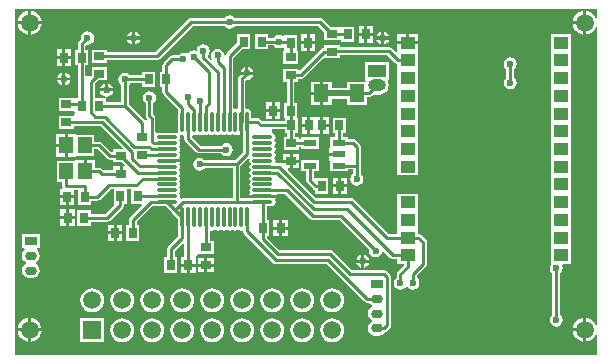
<source format=gbl>
G04 Layer_Physical_Order=2*
G04 Layer_Color=16711680*
%FSLAX42Y42*%
%MOMM*%
G71*
G01*
G75*
%ADD12R,0.90X0.70*%
%ADD13R,0.80X0.90*%
%ADD19R,0.70X0.90*%
%ADD29R,1.30X1.50*%
%ADD30C,0.25*%
%ADD32C,0.50*%
%ADD33O,1.00X0.75*%
%ADD34R,1.00X0.75*%
%ADD35C,1.52*%
%ADD36C,1.50*%
%ADD37R,1.50X1.50*%
%ADD38O,1.50X1.00*%
%ADD39R,1.50X1.00*%
%ADD40C,0.60*%
%ADD41R,1.15X1.40*%
%ADD42R,1.10X0.60*%
%ADD43O,1.80X0.30*%
%ADD44O,0.30X1.80*%
%ADD45R,1.30X1.00*%
G36*
X12467Y8691D02*
X12454Y8689D01*
X12449Y8701D01*
X12432Y8722D01*
X12411Y8739D01*
X12387Y8749D01*
X12373Y8751D01*
Y8650D01*
Y8549D01*
X12387Y8551D01*
X12411Y8561D01*
X12432Y8578D01*
X12449Y8599D01*
X12454Y8611D01*
X12467Y8609D01*
Y6091D01*
X12454Y6089D01*
X12449Y6101D01*
X12432Y6122D01*
X12411Y6139D01*
X12387Y6149D01*
X12373Y6151D01*
Y6050D01*
Y5949D01*
X12387Y5951D01*
X12411Y5961D01*
X12432Y5978D01*
X12449Y5999D01*
X12454Y6011D01*
X12467Y6009D01*
Y5833D01*
X7533D01*
Y8767D01*
X12467D01*
Y8691D01*
D02*
G37*
%LPC*%
G36*
X12347Y8751D02*
X12333Y8749D01*
X12309Y8739D01*
X12288Y8722D01*
X12271Y8701D01*
X12261Y8677D01*
X12259Y8663D01*
X12347D01*
Y8751D01*
D02*
G37*
G36*
X7673D02*
Y8663D01*
X7761D01*
X7759Y8677D01*
X7749Y8701D01*
X7732Y8722D01*
X7711Y8739D01*
X7687Y8749D01*
X7673Y8751D01*
D02*
G37*
G36*
X7647D02*
X7633Y8749D01*
X7609Y8739D01*
X7588Y8722D01*
X7571Y8701D01*
X7561Y8677D01*
X7559Y8663D01*
X7647D01*
Y8751D01*
D02*
G37*
G36*
X10565Y8620D02*
X10518D01*
Y8563D01*
X10565D01*
Y8620D01*
D02*
G37*
G36*
X10492D02*
X10445D01*
Y8563D01*
X10492D01*
Y8620D01*
D02*
G37*
G36*
X12347Y8637D02*
X12259D01*
X12261Y8623D01*
X12271Y8599D01*
X12288Y8578D01*
X12309Y8561D01*
X12333Y8551D01*
X12347Y8549D01*
Y8637D01*
D02*
G37*
G36*
X7761D02*
X7673D01*
Y8549D01*
X7687Y8551D01*
X7711Y8561D01*
X7732Y8578D01*
X7749Y8599D01*
X7759Y8623D01*
X7761Y8637D01*
D02*
G37*
G36*
X7647D02*
X7559D01*
X7561Y8623D01*
X7571Y8599D01*
X7588Y8578D01*
X7609Y8561D01*
X7633Y8551D01*
X7647Y8549D01*
Y8637D01*
D02*
G37*
G36*
X10663Y8574D02*
Y8533D01*
X10704D01*
X10702Y8542D01*
X10690Y8560D01*
X10672Y8572D01*
X10663Y8574D01*
D02*
G37*
G36*
X10637D02*
X10628Y8572D01*
X10610Y8560D01*
X10598Y8542D01*
X10596Y8533D01*
X10637D01*
Y8574D01*
D02*
G37*
G36*
X8553D02*
Y8533D01*
X8594D01*
X8592Y8542D01*
X8580Y8560D01*
X8562Y8572D01*
X8553Y8574D01*
D02*
G37*
G36*
X8527D02*
X8518Y8572D01*
X8500Y8560D01*
X8488Y8542D01*
X8486Y8533D01*
X8527D01*
Y8574D01*
D02*
G37*
G36*
X10950Y8555D02*
X10873D01*
Y8493D01*
X10950D01*
Y8555D01*
D02*
G37*
G36*
X10847D02*
X10770D01*
Y8493D01*
X10847D01*
Y8555D01*
D02*
G37*
G36*
X10080Y8550D02*
X10033D01*
Y8493D01*
X10080D01*
Y8550D01*
D02*
G37*
G36*
X10007D02*
X9960D01*
Y8493D01*
X10007D01*
Y8550D01*
D02*
G37*
G36*
X9355Y8711D02*
X9333Y8707D01*
X9315Y8695D01*
X9311Y8688D01*
X9028D01*
X9015Y8686D01*
X9004Y8679D01*
X8724Y8398D01*
X8315D01*
Y8420D01*
X8185D01*
Y8310D01*
X8315D01*
Y8332D01*
X8738D01*
X8751Y8334D01*
X8761Y8341D01*
X9042Y8622D01*
X9311D01*
X9315Y8615D01*
X9333Y8603D01*
X9355Y8599D01*
X9377Y8603D01*
X9395Y8615D01*
X9399Y8622D01*
X10106D01*
X10155Y8573D01*
Y8500D01*
X10285D01*
Y8522D01*
X10300D01*
Y8485D01*
X10410D01*
Y8615D01*
X10300D01*
Y8588D01*
X10285D01*
Y8610D01*
X10212D01*
X10144Y8679D01*
X10133Y8686D01*
X10120Y8688D01*
X9399D01*
X9395Y8695D01*
X9377Y8707D01*
X9355Y8711D01*
D02*
G37*
G36*
X10565Y8537D02*
X10518D01*
Y8480D01*
X10565D01*
Y8537D01*
D02*
G37*
G36*
X10492D02*
X10445D01*
Y8480D01*
X10492D01*
Y8537D01*
D02*
G37*
G36*
X10704Y8507D02*
X10663D01*
Y8466D01*
X10672Y8468D01*
X10690Y8480D01*
X10702Y8498D01*
X10704Y8507D01*
D02*
G37*
G36*
X10637D02*
X10596D01*
X10598Y8498D01*
X10610Y8480D01*
X10628Y8468D01*
X10637Y8466D01*
Y8507D01*
D02*
G37*
G36*
X8594D02*
X8553D01*
Y8466D01*
X8562Y8468D01*
X8580Y8480D01*
X8592Y8498D01*
X8594Y8507D01*
D02*
G37*
G36*
X8527D02*
X8486D01*
X8488Y8498D01*
X8500Y8480D01*
X8518Y8468D01*
X8527Y8466D01*
Y8507D01*
D02*
G37*
G36*
X10080Y8467D02*
X10033D01*
Y8410D01*
X10080D01*
Y8467D01*
D02*
G37*
G36*
X10007D02*
X9960D01*
Y8410D01*
X10007D01*
Y8467D01*
D02*
G37*
G36*
X8010Y8423D02*
X7963D01*
Y8365D01*
X8010D01*
Y8423D01*
D02*
G37*
G36*
X7937D02*
X7890D01*
Y8365D01*
X7937D01*
Y8423D01*
D02*
G37*
G36*
X9680Y8555D02*
X9570D01*
Y8425D01*
X9680D01*
Y8457D01*
X9726D01*
X9730Y8450D01*
X9748Y8438D01*
X9770Y8434D01*
X9792Y8438D01*
X9802Y8445D01*
X9815Y8438D01*
Y8415D01*
X9805Y8410D01*
Y8300D01*
X9935D01*
Y8410D01*
X9925Y8415D01*
Y8545D01*
X9815D01*
Y8542D01*
X9802Y8535D01*
X9792Y8542D01*
X9770Y8546D01*
X9748Y8542D01*
X9730Y8530D01*
X9726Y8523D01*
X9680D01*
Y8555D01*
D02*
G37*
G36*
X8010Y8340D02*
X7963D01*
Y8282D01*
X8010D01*
Y8340D01*
D02*
G37*
G36*
X7937D02*
X7890D01*
Y8282D01*
X7937D01*
Y8340D01*
D02*
G37*
G36*
X9513Y8274D02*
Y8233D01*
X9554D01*
X9552Y8242D01*
X9540Y8260D01*
X9522Y8272D01*
X9513Y8274D01*
D02*
G37*
G36*
X9487D02*
X9478Y8272D01*
X9460Y8260D01*
X9448Y8242D01*
X9446Y8233D01*
X9487D01*
Y8274D01*
D02*
G37*
G36*
X7963Y8226D02*
Y8185D01*
X8004D01*
X8002Y8194D01*
X7990Y8212D01*
X7972Y8225D01*
X7963Y8226D01*
D02*
G37*
G36*
X7937D02*
X7928Y8225D01*
X7910Y8212D01*
X7898Y8194D01*
X7896Y8185D01*
X7937D01*
Y8226D01*
D02*
G37*
G36*
X8004Y8160D02*
X7963D01*
Y8119D01*
X7972Y8120D01*
X7990Y8133D01*
X8002Y8151D01*
X8004Y8160D01*
D02*
G37*
G36*
X7937D02*
X7896D01*
X7898Y8151D01*
X7910Y8133D01*
X7928Y8120D01*
X7937Y8119D01*
Y8160D01*
D02*
G37*
G36*
X10700Y8318D02*
X10500D01*
Y8167D01*
X10503D01*
X10508Y8156D01*
X10501Y8145D01*
X10345D01*
Y8096D01*
X10220D01*
Y8150D01*
X10143D01*
Y8075D01*
X10138Y8068D01*
X10134Y8050D01*
X10138Y8032D01*
X10143Y8025D01*
Y7950D01*
X10220D01*
Y8004D01*
X10345D01*
Y7955D01*
X10515D01*
Y8017D01*
X10532D01*
X10545Y8019D01*
X10556Y8026D01*
X10572Y8042D01*
X10575Y8041D01*
X10625D01*
X10645Y8044D01*
X10663Y8052D01*
X10679Y8064D01*
X10691Y8079D01*
X10698Y8098D01*
X10701Y8118D01*
X10698Y8137D01*
X10691Y8154D01*
X10695Y8164D01*
X10696Y8167D01*
X10700D01*
Y8318D01*
D02*
G37*
G36*
X8325Y8134D02*
Y8093D01*
X8366D01*
X8365Y8102D01*
X8352Y8120D01*
X8334Y8132D01*
X8325Y8134D01*
D02*
G37*
G36*
X8300D02*
X8291Y8132D01*
X8273Y8120D01*
X8260Y8102D01*
X8259Y8093D01*
X8300D01*
Y8134D01*
D02*
G37*
G36*
X11730Y8356D02*
X11708Y8352D01*
X11690Y8340D01*
X11678Y8322D01*
X11674Y8300D01*
X11678Y8278D01*
X11690Y8260D01*
X11697Y8256D01*
Y8184D01*
X11690Y8180D01*
X11678Y8162D01*
X11674Y8140D01*
X11678Y8118D01*
X11690Y8100D01*
X11708Y8088D01*
X11730Y8084D01*
X11752Y8088D01*
X11770Y8100D01*
X11782Y8118D01*
X11786Y8140D01*
X11782Y8162D01*
X11770Y8180D01*
X11763Y8184D01*
Y8256D01*
X11770Y8260D01*
X11782Y8278D01*
X11786Y8300D01*
X11782Y8322D01*
X11770Y8340D01*
X11752Y8352D01*
X11730Y8356D01*
D02*
G37*
G36*
X10117Y8150D02*
X10040D01*
Y8063D01*
X10117D01*
Y8150D01*
D02*
G37*
G36*
Y8037D02*
X10040D01*
Y7950D01*
X10117D01*
Y8037D01*
D02*
G37*
G36*
X9783Y7975D02*
X9735D01*
Y7918D01*
X9783D01*
Y7975D01*
D02*
G37*
G36*
X9710D02*
X9662D01*
Y7918D01*
X9710D01*
Y7975D01*
D02*
G37*
G36*
X9783Y7892D02*
X9735D01*
Y7835D01*
X9783D01*
Y7892D01*
D02*
G37*
G36*
X9710D02*
X9662D01*
Y7835D01*
X9710D01*
Y7892D01*
D02*
G37*
G36*
X10012Y7850D02*
X9965D01*
Y7793D01*
X10012D01*
Y7850D01*
D02*
G37*
G36*
X10193Y7850D02*
X10145D01*
Y7793D01*
X10193D01*
Y7850D01*
D02*
G37*
G36*
X10012Y7767D02*
X9965D01*
Y7710D01*
X10012D01*
Y7767D01*
D02*
G37*
G36*
X10193Y7767D02*
X10145D01*
Y7710D01*
X10193D01*
Y7767D01*
D02*
G37*
G36*
X10085Y7850D02*
X10038D01*
Y7780D01*
Y7710D01*
X10072D01*
Y7710D01*
X10120D01*
Y7780D01*
Y7850D01*
X10085D01*
Y7850D01*
D02*
G37*
G36*
X7957Y7705D02*
X7887D01*
Y7623D01*
X7957D01*
Y7705D01*
D02*
G37*
G36*
Y7597D02*
X7887D01*
Y7515D01*
X7957D01*
Y7597D01*
D02*
G37*
G36*
X9945Y7538D02*
X9888D01*
Y7490D01*
X9945D01*
Y7538D01*
D02*
G37*
G36*
X9862D02*
X9805D01*
Y7490D01*
X9862D01*
Y7538D01*
D02*
G37*
G36*
X9945Y7465D02*
X9888D01*
Y7417D01*
X9945D01*
Y7465D01*
D02*
G37*
G36*
X8150Y8576D02*
X8128Y8572D01*
X8110Y8560D01*
X8098Y8542D01*
X8094Y8520D01*
X8095Y8512D01*
X8076Y8494D01*
X8069Y8483D01*
X8067Y8470D01*
Y8418D01*
X8045D01*
Y8288D01*
X8067D01*
Y8012D01*
X8045D01*
Y8012D01*
X8035D01*
Y8012D01*
X7905D01*
Y7903D01*
X8035D01*
X8045Y7896D01*
Y7882D01*
X8035Y7862D01*
X7905D01*
Y7753D01*
X8035D01*
Y7774D01*
X8262D01*
X8447Y7589D01*
X8443Y7578D01*
X8370D01*
Y7556D01*
X8351D01*
X8274Y7634D01*
X8263Y7641D01*
X8250Y7643D01*
X8207D01*
Y7700D01*
X8053D01*
Y7705D01*
X7983D01*
Y7610D01*
Y7515D01*
X8053D01*
Y7520D01*
X8207D01*
Y7577D01*
X8236D01*
X8314Y7499D01*
X8325Y7492D01*
X8338Y7489D01*
X8370D01*
Y7468D01*
X8443D01*
X8466Y7445D01*
X8461Y7433D01*
X8448D01*
Y7372D01*
X8422D01*
Y7433D01*
X8365D01*
Y7403D01*
X8284D01*
X8274Y7414D01*
X8263Y7421D01*
X8250Y7423D01*
X8213D01*
Y7485D01*
X8143D01*
Y7390D01*
X8117D01*
Y7485D01*
X8047D01*
Y7480D01*
X7893D01*
Y7300D01*
X7937D01*
Y7270D01*
X7939Y7258D01*
X7939Y7257D01*
X7932Y7245D01*
X7917D01*
Y7188D01*
X7978D01*
X8038D01*
Y7237D01*
X8072D01*
Y7110D01*
X8182D01*
Y7142D01*
X8235D01*
X8248Y7144D01*
X8259Y7151D01*
X8349Y7242D01*
X8372D01*
Y7115D01*
X8372D01*
X8377Y7104D01*
X8304Y7031D01*
X8182D01*
Y7062D01*
X8062D01*
Y6932D01*
X8182D01*
Y6964D01*
X8318D01*
X8330Y6967D01*
X8341Y6974D01*
X8451Y7084D01*
X8458Y7095D01*
X8461Y7107D01*
Y7115D01*
X8482D01*
Y7242D01*
X8522D01*
Y7115D01*
X8606D01*
X8611Y7103D01*
X8511Y7004D01*
X8504Y6993D01*
X8502Y6980D01*
Y6935D01*
X8480D01*
Y6805D01*
X8590D01*
Y6935D01*
X8568D01*
Y6966D01*
X8699Y7097D01*
X8736D01*
X8747Y7094D01*
X8811D01*
X8869Y7036D01*
X8917Y6989D01*
Y6925D01*
X8919Y6913D01*
Y6841D01*
X8831Y6754D01*
X8824Y6743D01*
X8822Y6730D01*
Y6662D01*
X8800D01*
Y6532D01*
X8910D01*
Y6662D01*
X8888D01*
Y6716D01*
X8957Y6785D01*
X8969Y6780D01*
Y6668D01*
X8945D01*
Y6610D01*
X9005D01*
X9065D01*
Y6668D01*
X9088Y6690D01*
Y6693D01*
X9218D01*
Y6803D01*
X9186D01*
Y6880D01*
X9199Y6890D01*
X9203Y6889D01*
X9216Y6892D01*
X9228Y6900D01*
X9239Y6892D01*
X9253Y6889D01*
X9266Y6892D01*
X9278Y6900D01*
X9289Y6892D01*
X9303Y6889D01*
X9316Y6892D01*
X9328Y6900D01*
X9339Y6892D01*
X9353Y6889D01*
X9366Y6892D01*
X9378Y6900D01*
X9389Y6892D01*
X9403Y6889D01*
X9416Y6892D01*
X9428Y6900D01*
X9439Y6892D01*
X9453Y6889D01*
X9456Y6890D01*
X9463Y6886D01*
X9470Y6880D01*
X9472Y6871D01*
X9479Y6860D01*
X9722Y6616D01*
X9733Y6609D01*
X9746Y6607D01*
X10176D01*
X10494Y6289D01*
X10505Y6282D01*
X10517Y6279D01*
X10534D01*
X10542Y6267D01*
X10557Y6257D01*
Y6243D01*
X10542Y6233D01*
X10528Y6212D01*
X10523Y6187D01*
X10528Y6163D01*
X10542Y6142D01*
X10557Y6132D01*
Y6118D01*
X10542Y6108D01*
X10528Y6087D01*
X10523Y6062D01*
X10528Y6038D01*
X10542Y6017D01*
X10563Y6003D01*
X10588Y5998D01*
X10612D01*
X10637Y6003D01*
X10658Y6017D01*
X10666Y6030D01*
X10675Y6032D01*
X10686Y6039D01*
X10714Y6066D01*
X10721Y6077D01*
X10723Y6090D01*
Y6493D01*
X10721Y6505D01*
X10714Y6516D01*
X10686Y6544D01*
X10675Y6551D01*
X10662Y6553D01*
X10388D01*
X10228Y6714D01*
X10217Y6721D01*
X10204Y6723D01*
X9774D01*
X9668Y6829D01*
Y6845D01*
X9690D01*
Y6975D01*
X9668D01*
Y7094D01*
X9707D01*
X9721Y7097D01*
X9733Y7105D01*
X9740Y7116D01*
X9743Y7130D01*
X9740Y7144D01*
X9736Y7150D01*
X9737Y7151D01*
X9746Y7164D01*
X9746Y7167D01*
X9632D01*
X9510D01*
X9507Y7163D01*
X9445D01*
Y7436D01*
X9509Y7500D01*
X9525Y7497D01*
X9526Y7495D01*
X9525Y7494D01*
X9522Y7480D01*
X9525Y7466D01*
X9532Y7455D01*
X9525Y7444D01*
X9522Y7430D01*
X9525Y7416D01*
X9532Y7405D01*
X9525Y7394D01*
X9522Y7380D01*
X9525Y7366D01*
X9532Y7355D01*
X9525Y7344D01*
X9522Y7330D01*
X9525Y7316D01*
X9532Y7305D01*
X9525Y7294D01*
X9522Y7280D01*
X9525Y7266D01*
X9532Y7255D01*
X9525Y7244D01*
X9522Y7230D01*
X9525Y7216D01*
X9529Y7210D01*
X9528Y7209D01*
X9519Y7196D01*
X9519Y7193D01*
X9632D01*
X9755D01*
X9758Y7197D01*
X9826D01*
X10036Y6986D01*
X10047Y6979D01*
X10060Y6977D01*
X10286D01*
X10535Y6728D01*
X10534Y6720D01*
X10538Y6698D01*
X10550Y6680D01*
X10568Y6668D01*
X10590Y6664D01*
X10612Y6668D01*
X10630Y6680D01*
X10642Y6698D01*
X10644Y6708D01*
X10658Y6712D01*
X10714Y6656D01*
X10725Y6649D01*
X10738Y6647D01*
X10775D01*
Y6610D01*
X10827D01*
Y6594D01*
X10776Y6544D01*
X10769Y6533D01*
X10767Y6520D01*
Y6489D01*
X10760Y6485D01*
X10748Y6467D01*
X10744Y6445D01*
X10748Y6423D01*
X10760Y6405D01*
X10778Y6393D01*
X10800Y6389D01*
X10822Y6393D01*
X10840Y6405D01*
X10845Y6412D01*
X10860D01*
X10865Y6405D01*
X10883Y6393D01*
X10905Y6389D01*
X10927Y6393D01*
X10945Y6405D01*
X10957Y6423D01*
X10961Y6445D01*
X10957Y6467D01*
X10945Y6485D01*
X10938Y6489D01*
Y6511D01*
X11014Y6586D01*
X11021Y6597D01*
X11023Y6610D01*
Y6790D01*
X11021Y6803D01*
X11014Y6814D01*
X10974Y6854D01*
X10963Y6861D01*
X10950Y6863D01*
X10945D01*
Y6897D01*
X10945Y6900D01*
X10945Y6910D01*
X10945Y6913D01*
Y7047D01*
X10945Y7060D01*
X10945Y7063D01*
Y7200D01*
X10775D01*
Y7063D01*
X10775Y7050D01*
X10775Y7047D01*
Y6913D01*
X10775Y6910D01*
X10775Y6900D01*
X10775Y6897D01*
Y6863D01*
X10699D01*
X10409Y7154D01*
X10398Y7161D01*
X10385Y7163D01*
X10086D01*
X9844Y7405D01*
X9849Y7417D01*
X9862D01*
Y7465D01*
X9805D01*
Y7462D01*
X9792Y7456D01*
X9785Y7461D01*
X9772Y7463D01*
X9753D01*
X9742Y7476D01*
X9743Y7480D01*
X9740Y7494D01*
X9733Y7505D01*
X9740Y7516D01*
X9743Y7530D01*
X9740Y7544D01*
X9733Y7555D01*
X9740Y7566D01*
X9743Y7580D01*
X9740Y7594D01*
X9733Y7605D01*
X9740Y7616D01*
X9743Y7630D01*
X9740Y7644D01*
X9733Y7655D01*
X9740Y7666D01*
X9743Y7680D01*
X9740Y7694D01*
X9733Y7705D01*
X9721Y7713D01*
X9711Y7715D01*
Y7747D01*
X9820D01*
Y7715D01*
X9842D01*
Y7682D01*
X9810D01*
Y7572D01*
X9940D01*
Y7594D01*
X9962D01*
Y7580D01*
X10112D01*
Y7680D01*
X9962D01*
Y7661D01*
X9940D01*
Y7682D01*
X9908D01*
Y7715D01*
X9930D01*
Y7845D01*
X9928D01*
Y7970D01*
X9903D01*
Y8150D01*
X9935D01*
Y8172D01*
X9955D01*
X9968Y8174D01*
X9979Y8181D01*
X10143Y8346D01*
X10155Y8350D01*
Y8350D01*
X10155Y8350D01*
X10285D01*
Y8376D01*
X10686D01*
X10756Y8306D01*
X10767Y8299D01*
X10775Y8298D01*
Y8263D01*
X10775Y8260D01*
Y8250D01*
X10775Y8247D01*
Y8113D01*
X10775Y8100D01*
X10775Y8097D01*
Y7963D01*
X10775Y7960D01*
X10775Y7950D01*
X10775Y7947D01*
Y7813D01*
X10775Y7810D01*
Y7800D01*
X10775Y7797D01*
Y7663D01*
X10775Y7660D01*
Y7650D01*
X10775Y7647D01*
Y7513D01*
X10775Y7510D01*
Y7500D01*
X10775Y7497D01*
Y7360D01*
X10945D01*
Y7497D01*
X10945Y7500D01*
Y7510D01*
X10945Y7513D01*
Y7647D01*
X10945Y7650D01*
Y7660D01*
X10945Y7663D01*
Y7797D01*
X10945Y7800D01*
Y7810D01*
X10945Y7813D01*
Y7947D01*
X10945Y7950D01*
X10945Y7960D01*
X10945Y7963D01*
Y8097D01*
X10945Y8110D01*
X10945Y8113D01*
Y8247D01*
X10945Y8250D01*
Y8260D01*
X10945Y8263D01*
X10945Y8394D01*
X10950Y8405D01*
X10950Y8410D01*
Y8467D01*
X10770D01*
Y8406D01*
X10760Y8397D01*
X10724Y8433D01*
X10713Y8441D01*
X10700Y8443D01*
X10285D01*
Y8460D01*
X10155D01*
Y8438D01*
X10142Y8436D01*
X10131Y8429D01*
X9948Y8245D01*
X9935Y8250D01*
Y8260D01*
X9805D01*
Y8150D01*
X9837D01*
Y7970D01*
X9818D01*
Y7840D01*
X9820D01*
Y7813D01*
X9631D01*
X9611Y7834D01*
X9600Y7841D01*
X9588Y7843D01*
X9538D01*
Y7885D01*
X9535Y7899D01*
X9528Y7910D01*
X9516Y7918D01*
X9503Y7921D01*
X9501Y7920D01*
X9488Y7931D01*
Y8154D01*
X9500Y8164D01*
X9500Y8164D01*
X9522Y8168D01*
X9540Y8180D01*
X9552Y8198D01*
X9554Y8207D01*
X9440D01*
X9431Y8198D01*
X9424Y8188D01*
X9421Y8175D01*
Y7929D01*
X9409Y7919D01*
X9403Y7921D01*
X9399Y7920D01*
X9386Y7930D01*
Y8354D01*
X9457Y8425D01*
X9530D01*
Y8555D01*
X9420D01*
Y8482D01*
X9329Y8391D01*
X9322Y8380D01*
X9321Y8377D01*
X9308D01*
X9305Y8394D01*
X9292Y8412D01*
X9274Y8425D01*
X9253Y8429D01*
X9231Y8425D01*
X9213Y8412D01*
X9200Y8394D01*
X9196Y8372D01*
X9200Y8351D01*
X9210Y8336D01*
X9210Y8335D01*
X9197Y8331D01*
X9171Y8356D01*
X9170Y8370D01*
X9182Y8388D01*
X9186Y8410D01*
X9182Y8432D01*
X9170Y8450D01*
X9152Y8462D01*
X9130Y8466D01*
X9108Y8462D01*
X9090Y8450D01*
X9078Y8432D01*
X9074Y8413D01*
X9072Y8412D01*
X9050Y8416D01*
X9028Y8412D01*
X9010Y8400D01*
X8998Y8383D01*
X8984Y8392D01*
X8962Y8396D01*
X8941Y8392D01*
X8923Y8380D01*
X8918Y8373D01*
X8870D01*
X8857Y8371D01*
X8846Y8364D01*
X8794Y8311D01*
X8787Y8300D01*
X8784Y8288D01*
Y8235D01*
X8762D01*
Y8105D01*
X8784D01*
Y8062D01*
X8787Y8050D01*
X8794Y8039D01*
X8919Y7914D01*
Y7897D01*
X8917Y7885D01*
Y7735D01*
X8919Y7723D01*
X8915Y7718D01*
X8910Y7713D01*
X8897Y7716D01*
X8747D01*
X8739Y7714D01*
X8726Y7722D01*
Y7845D01*
X8723Y7858D01*
X8716Y7869D01*
X8709Y7876D01*
Y7968D01*
X8715Y7972D01*
X8727Y7991D01*
X8732Y8012D01*
X8727Y8034D01*
X8715Y8052D01*
X8697Y8064D01*
X8675Y8069D01*
X8654Y8064D01*
X8635Y8052D01*
X8623Y8034D01*
X8619Y8012D01*
X8623Y7991D01*
X8635Y7972D01*
X8642Y7968D01*
Y7862D01*
X8644Y7850D01*
X8652Y7839D01*
X8653Y7837D01*
X8648Y7827D01*
X8636Y7826D01*
X8501Y7961D01*
Y8126D01*
X8507Y8130D01*
X8512Y8137D01*
X8612D01*
Y8105D01*
X8722D01*
Y8235D01*
X8612D01*
Y8203D01*
X8512D01*
X8507Y8210D01*
X8489Y8222D01*
X8468Y8226D01*
X8446Y8222D01*
X8428Y8210D01*
X8415Y8192D01*
X8411Y8170D01*
X8415Y8148D01*
X8428Y8130D01*
X8434Y8126D01*
Y7981D01*
X8305D01*
Y8001D01*
X8305Y8001D01*
X8305Y8001D01*
X8305Y8012D01*
X8305Y8016D01*
X8311Y8022D01*
X8312Y8024D01*
X8317Y8024D01*
X8334Y8028D01*
X8352Y8040D01*
X8365Y8058D01*
X8366Y8067D01*
X8259D01*
X8260Y8058D01*
X8273Y8040D01*
X8291Y8028D01*
X8297Y8027D01*
X8304Y8020D01*
X8303Y8017D01*
X8295Y8012D01*
X8292Y8012D01*
X8213D01*
Y8131D01*
X8242Y8160D01*
X8315D01*
Y8270D01*
X8185D01*
Y8197D01*
X8133D01*
Y8288D01*
X8155D01*
Y8418D01*
X8133D01*
Y8456D01*
X8142Y8465D01*
X8150Y8464D01*
X8172Y8468D01*
X8190Y8480D01*
X8202Y8498D01*
X8206Y8520D01*
X8202Y8542D01*
X8190Y8560D01*
X8172Y8572D01*
X8150Y8576D01*
D02*
G37*
G36*
X10345Y7338D02*
X10298D01*
Y7280D01*
X10345D01*
Y7338D01*
D02*
G37*
G36*
X10272D02*
X10225D01*
Y7280D01*
X10272D01*
Y7338D01*
D02*
G37*
G36*
X10338Y7845D02*
X10228D01*
Y7715D01*
X10249D01*
Y7680D01*
X10203D01*
Y7590D01*
X10197D01*
Y7548D01*
X10278D01*
Y7522D01*
X10197D01*
Y7480D01*
X10203D01*
Y7390D01*
X10353D01*
Y7407D01*
X10397D01*
Y7369D01*
X10390Y7365D01*
X10378Y7347D01*
X10374Y7325D01*
X10378Y7303D01*
X10390Y7285D01*
X10408Y7273D01*
X10430Y7269D01*
X10452Y7273D01*
X10470Y7285D01*
X10482Y7303D01*
X10486Y7325D01*
X10482Y7347D01*
X10470Y7365D01*
X10463Y7369D01*
Y7600D01*
X10461Y7613D01*
X10454Y7624D01*
X10424Y7654D01*
X10413Y7661D01*
X10400Y7663D01*
X10353D01*
Y7680D01*
X10316D01*
Y7715D01*
X10338D01*
Y7845D01*
D02*
G37*
G36*
X10112Y7490D02*
X9962D01*
Y7390D01*
X10004D01*
Y7312D01*
X10007Y7300D01*
X10014Y7289D01*
X10059Y7244D01*
X10070Y7237D01*
X10080Y7235D01*
Y7203D01*
X10190D01*
Y7332D01*
X10080D01*
X10071Y7341D01*
Y7390D01*
X10112D01*
Y7490D01*
D02*
G37*
G36*
X10345Y7255D02*
X10298D01*
Y7197D01*
X10345D01*
Y7255D01*
D02*
G37*
G36*
X10272D02*
X10225D01*
Y7197D01*
X10272D01*
Y7255D01*
D02*
G37*
G36*
X8038Y7162D02*
X7990D01*
Y7105D01*
X8038D01*
Y7162D01*
D02*
G37*
G36*
X7965D02*
X7917D01*
Y7105D01*
X7965D01*
Y7162D01*
D02*
G37*
G36*
X8048Y7068D02*
X7995D01*
Y7010D01*
X8048D01*
Y7068D01*
D02*
G37*
G36*
X7970D02*
X7917D01*
Y7010D01*
X7970D01*
Y7068D01*
D02*
G37*
G36*
X8048Y6985D02*
X7995D01*
Y6927D01*
X8048D01*
Y6985D01*
D02*
G37*
G36*
X7970D02*
X7917D01*
Y6927D01*
X7970D01*
Y6985D01*
D02*
G37*
G36*
X9845Y6980D02*
X9798D01*
Y6923D01*
X9845D01*
Y6980D01*
D02*
G37*
G36*
X9772D02*
X9725D01*
Y6923D01*
X9772D01*
Y6980D01*
D02*
G37*
G36*
X8445Y6940D02*
X8398D01*
Y6883D01*
X8445D01*
Y6940D01*
D02*
G37*
G36*
X8372D02*
X8325D01*
Y6883D01*
X8372D01*
Y6940D01*
D02*
G37*
G36*
X9845Y6897D02*
X9798D01*
Y6840D01*
X9845D01*
Y6897D01*
D02*
G37*
G36*
X9772D02*
X9725D01*
Y6840D01*
X9772D01*
Y6897D01*
D02*
G37*
G36*
X8445Y6857D02*
X8398D01*
Y6800D01*
X8445D01*
Y6857D01*
D02*
G37*
G36*
X8372D02*
X8325D01*
Y6800D01*
X8372D01*
Y6857D01*
D02*
G37*
G36*
X10493Y6684D02*
Y6643D01*
X10534D01*
X10532Y6652D01*
X10520Y6670D01*
X10502Y6682D01*
X10493Y6684D01*
D02*
G37*
G36*
X10467D02*
X10458Y6682D01*
X10440Y6670D01*
X10428Y6652D01*
X10426Y6643D01*
X10467D01*
Y6684D01*
D02*
G37*
G36*
X9223Y6658D02*
X9165D01*
Y6610D01*
X9223D01*
Y6658D01*
D02*
G37*
G36*
X9140D02*
X9082D01*
Y6610D01*
X9140D01*
Y6658D01*
D02*
G37*
G36*
X10534Y6617D02*
X10493D01*
Y6576D01*
X10502Y6578D01*
X10520Y6590D01*
X10532Y6608D01*
X10534Y6617D01*
D02*
G37*
G36*
X10467D02*
X10426D01*
X10428Y6608D01*
X10440Y6590D01*
X10458Y6578D01*
X10467Y6576D01*
Y6617D01*
D02*
G37*
G36*
X9223Y6585D02*
X9165D01*
Y6537D01*
X9223D01*
Y6585D01*
D02*
G37*
G36*
X9140D02*
X9082D01*
Y6537D01*
X9140D01*
Y6585D01*
D02*
G37*
G36*
X9065Y6585D02*
X9018D01*
Y6527D01*
X9065D01*
Y6585D01*
D02*
G37*
G36*
X8992D02*
X8945D01*
Y6527D01*
X8992D01*
Y6585D01*
D02*
G37*
G36*
X7745Y6864D02*
X7595D01*
Y6738D01*
X7614D01*
X7618Y6725D01*
X7612Y6721D01*
X7598Y6701D01*
X7593Y6676D01*
X7598Y6651D01*
X7612Y6631D01*
X7627Y6621D01*
Y6606D01*
X7612Y6596D01*
X7598Y6576D01*
X7593Y6551D01*
X7598Y6526D01*
X7612Y6506D01*
X7633Y6492D01*
X7657Y6487D01*
X7682D01*
X7707Y6492D01*
X7728Y6506D01*
X7742Y6526D01*
X7747Y6551D01*
X7742Y6576D01*
X7728Y6596D01*
X7713Y6606D01*
Y6621D01*
X7728Y6631D01*
X7742Y6651D01*
X7747Y6676D01*
X7742Y6701D01*
X7728Y6721D01*
X7722Y6725D01*
X7726Y6738D01*
X7745D01*
Y6864D01*
D02*
G37*
G36*
X10222Y6400D02*
X10196Y6397D01*
X10171Y6387D01*
X10150Y6371D01*
X10134Y6350D01*
X10124Y6325D01*
X10121Y6299D01*
X10124Y6273D01*
X10134Y6248D01*
X10150Y6227D01*
X10171Y6211D01*
X10196Y6201D01*
X10222Y6198D01*
X10248Y6201D01*
X10273Y6211D01*
X10294Y6227D01*
X10310Y6248D01*
X10320Y6273D01*
X10323Y6299D01*
X10320Y6325D01*
X10310Y6350D01*
X10294Y6371D01*
X10273Y6387D01*
X10248Y6397D01*
X10222Y6400D01*
D02*
G37*
G36*
X9460D02*
X9434Y6397D01*
X9409Y6387D01*
X9388Y6371D01*
X9372Y6350D01*
X9362Y6325D01*
X9359Y6299D01*
X9362Y6273D01*
X9372Y6248D01*
X9388Y6227D01*
X9409Y6211D01*
X9434Y6201D01*
X9460Y6198D01*
X9486Y6201D01*
X9511Y6211D01*
X9532Y6227D01*
X9548Y6248D01*
X9558Y6273D01*
X9561Y6299D01*
X9558Y6325D01*
X9548Y6350D01*
X9532Y6371D01*
X9511Y6387D01*
X9486Y6397D01*
X9460Y6400D01*
D02*
G37*
G36*
X9206D02*
X9180Y6397D01*
X9155Y6387D01*
X9134Y6371D01*
X9118Y6350D01*
X9108Y6325D01*
X9105Y6299D01*
X9108Y6273D01*
X9118Y6248D01*
X9134Y6227D01*
X9155Y6211D01*
X9180Y6201D01*
X9206Y6198D01*
X9232Y6201D01*
X9257Y6211D01*
X9278Y6227D01*
X9294Y6248D01*
X9304Y6273D01*
X9307Y6299D01*
X9304Y6325D01*
X9294Y6350D01*
X9278Y6371D01*
X9257Y6387D01*
X9232Y6397D01*
X9206Y6400D01*
D02*
G37*
G36*
X8698D02*
X8672Y6397D01*
X8647Y6387D01*
X8626Y6371D01*
X8610Y6350D01*
X8600Y6325D01*
X8597Y6299D01*
X8600Y6273D01*
X8610Y6248D01*
X8626Y6227D01*
X8647Y6211D01*
X8672Y6201D01*
X8698Y6198D01*
X8724Y6201D01*
X8749Y6211D01*
X8770Y6227D01*
X8786Y6248D01*
X8796Y6273D01*
X8799Y6299D01*
X8796Y6325D01*
X8786Y6350D01*
X8770Y6371D01*
X8749Y6387D01*
X8724Y6397D01*
X8698Y6400D01*
D02*
G37*
G36*
X8444D02*
X8418Y6397D01*
X8393Y6387D01*
X8372Y6371D01*
X8356Y6350D01*
X8346Y6325D01*
X8343Y6299D01*
X8346Y6273D01*
X8356Y6248D01*
X8372Y6227D01*
X8393Y6211D01*
X8418Y6201D01*
X8444Y6198D01*
X8470Y6201D01*
X8495Y6211D01*
X8516Y6227D01*
X8532Y6248D01*
X8542Y6273D01*
X8545Y6299D01*
X8542Y6325D01*
X8532Y6350D01*
X8516Y6371D01*
X8495Y6387D01*
X8470Y6397D01*
X8444Y6400D01*
D02*
G37*
G36*
X8190D02*
X8164Y6397D01*
X8139Y6387D01*
X8118Y6371D01*
X8102Y6350D01*
X8092Y6325D01*
X8089Y6299D01*
X8092Y6273D01*
X8102Y6248D01*
X8118Y6227D01*
X8139Y6211D01*
X8164Y6201D01*
X8190Y6198D01*
X8216Y6201D01*
X8241Y6211D01*
X8262Y6227D01*
X8278Y6248D01*
X8288Y6273D01*
X8291Y6299D01*
X8288Y6325D01*
X8278Y6350D01*
X8262Y6371D01*
X8241Y6387D01*
X8216Y6397D01*
X8190Y6400D01*
D02*
G37*
G36*
X9968Y6400D02*
X9942Y6397D01*
X9917Y6387D01*
X9896Y6371D01*
X9880Y6350D01*
X9870Y6325D01*
X9867Y6299D01*
X9870Y6273D01*
X9880Y6248D01*
X9896Y6227D01*
X9917Y6211D01*
X9942Y6201D01*
X9968Y6198D01*
X9994Y6201D01*
X10019Y6211D01*
X10040Y6227D01*
X10056Y6248D01*
X10066Y6273D01*
X10069Y6299D01*
X10066Y6325D01*
X10056Y6350D01*
X10040Y6371D01*
X10019Y6387D01*
X9994Y6397D01*
X9968Y6400D01*
D02*
G37*
G36*
X9714D02*
X9688Y6397D01*
X9663Y6387D01*
X9642Y6371D01*
X9626Y6350D01*
X9616Y6325D01*
X9613Y6299D01*
X9616Y6273D01*
X9626Y6248D01*
X9642Y6227D01*
X9663Y6211D01*
X9688Y6201D01*
X9714Y6198D01*
X9740Y6201D01*
X9765Y6211D01*
X9786Y6227D01*
X9802Y6248D01*
X9812Y6273D01*
X9815Y6299D01*
X9812Y6325D01*
X9802Y6350D01*
X9786Y6371D01*
X9765Y6387D01*
X9740Y6397D01*
X9714Y6400D01*
D02*
G37*
G36*
X8952D02*
X8926Y6397D01*
X8901Y6387D01*
X8880Y6371D01*
X8864Y6350D01*
X8854Y6325D01*
X8851Y6299D01*
X8854Y6273D01*
X8864Y6248D01*
X8880Y6227D01*
X8901Y6211D01*
X8926Y6201D01*
X8952Y6198D01*
X8978Y6201D01*
X9003Y6211D01*
X9024Y6227D01*
X9040Y6248D01*
X9050Y6273D01*
X9053Y6299D01*
X9050Y6325D01*
X9040Y6350D01*
X9024Y6371D01*
X9003Y6387D01*
X8978Y6397D01*
X8952Y6400D01*
D02*
G37*
G36*
X12245Y8550D02*
X12075D01*
Y8413D01*
X12075Y8410D01*
Y8400D01*
X12075Y8397D01*
Y8263D01*
X12075Y8260D01*
Y8250D01*
X12075Y8247D01*
Y8113D01*
X12075Y8110D01*
X12075Y8100D01*
X12075Y8097D01*
Y7963D01*
X12075Y7950D01*
X12075Y7947D01*
Y7813D01*
X12075Y7810D01*
Y7800D01*
X12075Y7797D01*
Y7663D01*
X12075Y7660D01*
Y7650D01*
X12075Y7647D01*
Y7513D01*
X12075Y7510D01*
Y7500D01*
X12075Y7497D01*
Y7363D01*
X12075Y7360D01*
Y7350D01*
X12075Y7347D01*
Y7213D01*
X12075Y7210D01*
Y7200D01*
X12075Y7197D01*
Y7063D01*
X12075Y7060D01*
X12075Y7050D01*
X12075Y7047D01*
Y6913D01*
X12075Y6900D01*
X12075Y6897D01*
Y6763D01*
X12075Y6760D01*
X12075Y6750D01*
X12075Y6747D01*
Y6610D01*
X12075Y6610D01*
X12075D01*
X12075Y6610D01*
X12072Y6598D01*
X12068Y6592D01*
X12064Y6570D01*
X12068Y6548D01*
X12080Y6530D01*
X12087Y6526D01*
Y6178D01*
X12080Y6173D01*
X12068Y6155D01*
X12064Y6134D01*
X12068Y6112D01*
X12080Y6094D01*
X12098Y6081D01*
X12120Y6077D01*
X12142Y6081D01*
X12160Y6094D01*
X12172Y6112D01*
X12176Y6134D01*
X12172Y6155D01*
X12160Y6173D01*
X12153Y6178D01*
Y6526D01*
X12160Y6530D01*
X12172Y6548D01*
X12176Y6570D01*
X12172Y6592D01*
X12168Y6597D01*
X12175Y6610D01*
X12245D01*
Y6747D01*
X12245Y6750D01*
X12245Y6760D01*
X12245Y6763D01*
Y6897D01*
X12245Y6910D01*
X12245Y6913D01*
Y7047D01*
X12245Y7050D01*
X12245Y7060D01*
X12245Y7063D01*
Y7197D01*
X12245Y7200D01*
Y7210D01*
X12245Y7213D01*
Y7347D01*
X12245Y7350D01*
Y7360D01*
X12245Y7363D01*
Y7497D01*
X12245Y7500D01*
Y7510D01*
X12245Y7513D01*
Y7647D01*
X12245Y7650D01*
Y7660D01*
X12245Y7663D01*
Y7797D01*
X12245Y7800D01*
Y7810D01*
X12245Y7813D01*
Y7947D01*
X12245Y7960D01*
X12245Y7963D01*
Y8097D01*
X12245Y8100D01*
X12245Y8110D01*
X12245Y8113D01*
Y8247D01*
X12245Y8250D01*
Y8260D01*
X12245Y8263D01*
Y8397D01*
X12245Y8400D01*
Y8410D01*
X12245Y8413D01*
Y8550D01*
D02*
G37*
G36*
X12347Y6151D02*
X12333Y6149D01*
X12309Y6139D01*
X12288Y6122D01*
X12271Y6101D01*
X12261Y6077D01*
X12259Y6063D01*
X12347D01*
Y6151D01*
D02*
G37*
G36*
X7673D02*
Y6063D01*
X7761D01*
X7759Y6077D01*
X7749Y6101D01*
X7732Y6122D01*
X7711Y6139D01*
X7687Y6149D01*
X7673Y6151D01*
D02*
G37*
G36*
X7647D02*
X7633Y6149D01*
X7609Y6139D01*
X7588Y6122D01*
X7571Y6101D01*
X7561Y6077D01*
X7559Y6063D01*
X7647D01*
Y6151D01*
D02*
G37*
G36*
X12347Y6037D02*
X12259D01*
X12261Y6023D01*
X12271Y5999D01*
X12288Y5978D01*
X12309Y5961D01*
X12333Y5951D01*
X12347Y5949D01*
Y6037D01*
D02*
G37*
G36*
X7761D02*
X7673D01*
Y5949D01*
X7687Y5951D01*
X7711Y5961D01*
X7732Y5978D01*
X7749Y5999D01*
X7759Y6023D01*
X7761Y6037D01*
D02*
G37*
G36*
X7647D02*
X7559D01*
X7561Y6023D01*
X7571Y5999D01*
X7588Y5978D01*
X7609Y5961D01*
X7633Y5951D01*
X7647Y5949D01*
Y6037D01*
D02*
G37*
G36*
X8290Y6145D02*
X8090D01*
Y5945D01*
X8290D01*
Y6145D01*
D02*
G37*
G36*
X8952Y6146D02*
X8926Y6143D01*
X8901Y6133D01*
X8880Y6117D01*
X8864Y6096D01*
X8854Y6071D01*
X8851Y6045D01*
X8854Y6019D01*
X8864Y5994D01*
X8880Y5973D01*
X8901Y5957D01*
X8926Y5947D01*
X8952Y5944D01*
X8978Y5947D01*
X9003Y5957D01*
X9024Y5973D01*
X9040Y5994D01*
X9050Y6019D01*
X9053Y6045D01*
X9050Y6071D01*
X9040Y6096D01*
X9024Y6117D01*
X9003Y6133D01*
X8978Y6143D01*
X8952Y6146D01*
D02*
G37*
G36*
X10222Y6146D02*
X10196Y6143D01*
X10171Y6133D01*
X10150Y6117D01*
X10134Y6096D01*
X10124Y6071D01*
X10121Y6045D01*
X10124Y6019D01*
X10134Y5994D01*
X10150Y5973D01*
X10171Y5957D01*
X10196Y5947D01*
X10222Y5944D01*
X10248Y5947D01*
X10273Y5957D01*
X10294Y5973D01*
X10310Y5994D01*
X10320Y6019D01*
X10323Y6045D01*
X10320Y6071D01*
X10310Y6096D01*
X10294Y6117D01*
X10273Y6133D01*
X10248Y6143D01*
X10222Y6146D01*
D02*
G37*
G36*
X9968D02*
X9942Y6143D01*
X9917Y6133D01*
X9896Y6117D01*
X9880Y6096D01*
X9870Y6071D01*
X9867Y6045D01*
X9870Y6019D01*
X9880Y5994D01*
X9896Y5973D01*
X9917Y5957D01*
X9942Y5947D01*
X9968Y5944D01*
X9994Y5947D01*
X10019Y5957D01*
X10040Y5973D01*
X10056Y5994D01*
X10066Y6019D01*
X10069Y6045D01*
X10066Y6071D01*
X10056Y6096D01*
X10040Y6117D01*
X10019Y6133D01*
X9994Y6143D01*
X9968Y6146D01*
D02*
G37*
G36*
X9714D02*
X9688Y6143D01*
X9663Y6133D01*
X9642Y6117D01*
X9626Y6096D01*
X9616Y6071D01*
X9613Y6045D01*
X9616Y6019D01*
X9626Y5994D01*
X9642Y5973D01*
X9663Y5957D01*
X9688Y5947D01*
X9714Y5944D01*
X9740Y5947D01*
X9765Y5957D01*
X9786Y5973D01*
X9802Y5994D01*
X9812Y6019D01*
X9815Y6045D01*
X9812Y6071D01*
X9802Y6096D01*
X9786Y6117D01*
X9765Y6133D01*
X9740Y6143D01*
X9714Y6146D01*
D02*
G37*
G36*
X9460D02*
X9434Y6143D01*
X9409Y6133D01*
X9388Y6117D01*
X9372Y6096D01*
X9362Y6071D01*
X9359Y6045D01*
X9362Y6019D01*
X9372Y5994D01*
X9388Y5973D01*
X9409Y5957D01*
X9434Y5947D01*
X9460Y5944D01*
X9486Y5947D01*
X9511Y5957D01*
X9532Y5973D01*
X9548Y5994D01*
X9558Y6019D01*
X9561Y6045D01*
X9558Y6071D01*
X9548Y6096D01*
X9532Y6117D01*
X9511Y6133D01*
X9486Y6143D01*
X9460Y6146D01*
D02*
G37*
G36*
X9206D02*
X9180Y6143D01*
X9155Y6133D01*
X9134Y6117D01*
X9118Y6096D01*
X9108Y6071D01*
X9105Y6045D01*
X9108Y6019D01*
X9118Y5994D01*
X9134Y5973D01*
X9155Y5957D01*
X9180Y5947D01*
X9206Y5944D01*
X9232Y5947D01*
X9257Y5957D01*
X9278Y5973D01*
X9294Y5994D01*
X9304Y6019D01*
X9307Y6045D01*
X9304Y6071D01*
X9294Y6096D01*
X9278Y6117D01*
X9257Y6133D01*
X9232Y6143D01*
X9206Y6146D01*
D02*
G37*
G36*
X8698D02*
X8672Y6143D01*
X8647Y6133D01*
X8626Y6117D01*
X8610Y6096D01*
X8600Y6071D01*
X8597Y6045D01*
X8600Y6019D01*
X8610Y5994D01*
X8626Y5973D01*
X8647Y5957D01*
X8672Y5947D01*
X8698Y5944D01*
X8724Y5947D01*
X8749Y5957D01*
X8770Y5973D01*
X8786Y5994D01*
X8796Y6019D01*
X8799Y6045D01*
X8796Y6071D01*
X8786Y6096D01*
X8770Y6117D01*
X8749Y6133D01*
X8724Y6143D01*
X8698Y6146D01*
D02*
G37*
G36*
X8444D02*
X8418Y6143D01*
X8393Y6133D01*
X8372Y6117D01*
X8356Y6096D01*
X8346Y6071D01*
X8343Y6045D01*
X8346Y6019D01*
X8356Y5994D01*
X8372Y5973D01*
X8393Y5957D01*
X8418Y5947D01*
X8444Y5944D01*
X8470Y5947D01*
X8495Y5957D01*
X8516Y5973D01*
X8532Y5994D01*
X8542Y6019D01*
X8545Y6045D01*
X8542Y6071D01*
X8532Y6096D01*
X8516Y6117D01*
X8495Y6133D01*
X8470Y6143D01*
X8444Y6146D01*
D02*
G37*
%LPD*%
G36*
X9465Y7687D02*
X9469Y7684D01*
Y7554D01*
X9398Y7483D01*
X9144D01*
X9140Y7490D01*
X9122Y7502D01*
X9100Y7506D01*
X9078Y7502D01*
X9060Y7490D01*
X9048Y7472D01*
X9044Y7450D01*
X9048Y7428D01*
X9060Y7410D01*
X9078Y7398D01*
X9100Y7394D01*
X9122Y7398D01*
X9140Y7410D01*
X9144Y7417D01*
X9379D01*
Y7163D01*
X8962D01*
X8950Y7161D01*
X8947Y7159D01*
X8931Y7162D01*
X8929Y7165D01*
X8930Y7166D01*
X8933Y7180D01*
X8930Y7194D01*
X8923Y7205D01*
X8930Y7216D01*
X8933Y7230D01*
X8930Y7244D01*
X8923Y7255D01*
X8930Y7266D01*
X8933Y7280D01*
X8930Y7294D01*
X8923Y7305D01*
X8930Y7316D01*
X8933Y7330D01*
X8930Y7344D01*
X8923Y7355D01*
X8930Y7366D01*
X8933Y7380D01*
X8930Y7394D01*
X8923Y7405D01*
X8930Y7416D01*
X8933Y7430D01*
X8930Y7444D01*
X8926Y7450D01*
X8927Y7451D01*
X8936Y7464D01*
X8936Y7467D01*
X8822D01*
Y7493D01*
X8936D01*
X8936Y7496D01*
X8927Y7509D01*
X8926Y7510D01*
X8930Y7516D01*
X8933Y7530D01*
X8930Y7544D01*
X8923Y7555D01*
X8930Y7566D01*
X8933Y7580D01*
X8930Y7594D01*
X8923Y7605D01*
X8930Y7616D01*
X8933Y7630D01*
X8930Y7644D01*
X8923Y7655D01*
X8930Y7666D01*
X8933Y7680D01*
X8931Y7692D01*
X8935Y7697D01*
X8940Y7702D01*
X8953Y7699D01*
X8956Y7700D01*
X8969Y7690D01*
Y7668D01*
X8972Y7655D01*
X8979Y7644D01*
X9071Y7551D01*
X9082Y7544D01*
X9095Y7542D01*
X9281D01*
X9285Y7535D01*
X9303Y7523D01*
X9325Y7519D01*
X9347Y7523D01*
X9365Y7535D01*
X9377Y7553D01*
X9381Y7575D01*
X9377Y7597D01*
X9365Y7615D01*
X9347Y7627D01*
X9325Y7631D01*
X9303Y7627D01*
X9285Y7615D01*
X9281Y7608D01*
X9109D01*
X9039Y7679D01*
X9039Y7692D01*
X9049Y7700D01*
X9053Y7699D01*
X9066Y7702D01*
X9078Y7710D01*
X9089Y7702D01*
X9103Y7699D01*
X9116Y7702D01*
X9128Y7710D01*
X9139Y7702D01*
X9153Y7699D01*
X9166Y7702D01*
X9178Y7710D01*
X9189Y7702D01*
X9203Y7699D01*
X9216Y7702D01*
X9228Y7710D01*
X9239Y7702D01*
X9253Y7699D01*
X9266Y7702D01*
X9278Y7710D01*
X9289Y7702D01*
X9303Y7699D01*
X9316Y7702D01*
X9328Y7710D01*
X9339Y7702D01*
X9353Y7699D01*
X9366Y7702D01*
X9378Y7710D01*
X9389Y7702D01*
X9403Y7699D01*
X9416Y7702D01*
X9423Y7707D01*
X9423Y7706D01*
X9437Y7697D01*
X9440Y7696D01*
Y7810D01*
X9465D01*
Y7687D01*
D02*
G37*
D12*
X9875Y7628D02*
D03*
Y7478D02*
D03*
X8435Y7372D02*
D03*
Y7522D02*
D03*
X9153Y6597D02*
D03*
Y6747D02*
D03*
X7970Y7957D02*
D03*
Y7807D02*
D03*
X8612Y7532D02*
D03*
Y7682D02*
D03*
X10220Y8405D02*
D03*
Y8555D02*
D03*
X9870Y8205D02*
D03*
Y8355D02*
D03*
X8250Y8365D02*
D03*
Y8215D02*
D03*
D13*
X7982Y6997D02*
D03*
X8122D02*
D03*
D19*
X10282Y7780D02*
D03*
X10132D02*
D03*
X10135Y7268D02*
D03*
X10285D02*
D03*
X9875Y7780D02*
D03*
X10025D02*
D03*
X8535Y6870D02*
D03*
X8385D02*
D03*
X9635Y6910D02*
D03*
X9785D02*
D03*
X8855Y6597D02*
D03*
X9005D02*
D03*
X9872Y7905D02*
D03*
X9722D02*
D03*
X7978Y7175D02*
D03*
X8128D02*
D03*
X7950Y8353D02*
D03*
X8100D02*
D03*
X8818Y8170D02*
D03*
X8668D02*
D03*
X8250Y7947D02*
D03*
X8100D02*
D03*
X8578Y7180D02*
D03*
X8428D02*
D03*
X10505Y8550D02*
D03*
X10355D02*
D03*
X10020Y8480D02*
D03*
X9870D02*
D03*
X9625Y8490D02*
D03*
X9475D02*
D03*
D29*
X10430Y8050D02*
D03*
X10130D02*
D03*
D30*
X11730Y8140D02*
Y8300D01*
X10155Y8405D02*
X10220D01*
X9955Y8205D02*
X10155Y8405D01*
X9870Y8205D02*
X9955D01*
X9028Y8655D02*
X9355D01*
X8738Y8365D02*
X9028Y8655D01*
X8250Y8365D02*
X8738D01*
X9625Y8490D02*
X9770D01*
X9353Y8368D02*
X9475Y8490D01*
X8180Y8145D02*
X8250Y8215D01*
X8180Y7890D02*
Y8145D01*
X8217Y7853D02*
X8295D01*
X8525Y7496D02*
Y7558D01*
X8276Y7807D02*
X8525Y7558D01*
X7970Y7807D02*
X8276D01*
X8295Y7853D02*
X8548Y7600D01*
X8673D01*
X8180Y7890D02*
X8217Y7853D01*
X8090Y7957D02*
X8100Y7947D01*
X7970Y7957D02*
X8090D01*
X8673Y7600D02*
X8693Y7580D01*
X8822D01*
X8338Y7522D02*
X8435D01*
X8250Y7610D02*
X8338Y7522D01*
X8130Y7610D02*
X8250D01*
X8525Y7496D02*
X8528D01*
X9760Y6690D02*
X10204D01*
X10374Y6520D01*
X10662D01*
X10517Y6313D02*
X10600D01*
X10190Y6640D02*
X10517Y6313D01*
X9746Y6640D02*
X10190D01*
X9635Y6815D02*
X9760Y6690D01*
X9503Y6883D02*
X9746Y6640D01*
X9503Y6883D02*
Y7000D01*
X9635Y6815D02*
Y6910D01*
X8100Y7947D02*
Y8353D01*
X8612Y7682D02*
Y7803D01*
X8468Y7947D02*
X8612Y7803D01*
X8675Y7862D02*
Y8012D01*
X8468Y7947D02*
Y8170D01*
X8250Y7947D02*
X8468D01*
X8428Y7107D02*
Y7180D01*
X8318Y6997D02*
X8428Y7107D01*
X8122Y6997D02*
X8318D01*
X8128Y7175D02*
Y7270D01*
X7970D02*
X8128D01*
X7970D02*
Y7390D01*
X8335Y7275D02*
X8562D01*
X8235Y7175D02*
X8335Y7275D01*
X8128Y7175D02*
X8235D01*
X8432Y7370D02*
X8435Y7372D01*
X8270Y7370D02*
X8432D01*
X8250Y7390D02*
X8270Y7370D01*
X8130Y7390D02*
X8250D01*
X10700Y8410D02*
X10780Y8330D01*
X10225Y8410D02*
X10700D01*
X10220Y8405D02*
X10225Y8410D01*
X10780Y8330D02*
X10838D01*
X10838Y8330D01*
X8870Y8340D02*
X8962D01*
X8818Y8288D02*
X8870Y8340D01*
X8818Y8170D02*
Y8288D01*
X10300Y7010D02*
X10590Y6720D01*
X10060Y7010D02*
X10300D01*
X9840Y7230D02*
X10060Y7010D01*
X9632Y7380D02*
X9754D01*
X10064Y7070D01*
X10347D01*
X9632Y7230D02*
X9840D01*
X10072Y7130D02*
X10385D01*
X9772Y7430D02*
X10072Y7130D01*
X9632Y7430D02*
X9772D01*
X10347Y7070D02*
X10738Y6680D01*
X10385Y7130D02*
X10685Y6830D01*
X9153Y6747D02*
Y7000D01*
X9153Y6747D02*
X9153Y6747D01*
X9003Y6600D02*
Y7000D01*
X8953Y6828D02*
Y7000D01*
X8855Y6730D02*
X8953Y6828D01*
X8855Y6597D02*
Y6730D01*
X8535Y6870D02*
Y6980D01*
X8685Y7130D01*
X8822D01*
X8578Y7180D02*
X8822D01*
X8562Y7275D02*
X8618Y7330D01*
X8822D01*
X8435Y7522D02*
X8578Y7380D01*
X8822D01*
X8468Y8170D02*
X8668D01*
X8953Y7810D02*
Y7928D01*
X8818Y8062D02*
X8953Y7928D01*
X8818Y8062D02*
Y8170D01*
X9053Y7810D02*
Y7910D01*
X9003Y7960D02*
X9053Y7910D01*
X9003Y7960D02*
Y8020D01*
X9103Y7810D02*
Y7982D01*
X9100Y7985D02*
X9103Y7982D01*
X9003Y7703D02*
Y7810D01*
X8820Y7432D02*
X8822Y7430D01*
X8591Y7432D02*
X8820D01*
X8528Y7496D02*
X8591Y7432D01*
X8707Y7630D02*
X8822D01*
X8693Y7645D02*
X8707Y7630D01*
X8693Y7645D02*
Y7845D01*
X8675Y7862D02*
X8693Y7845D01*
X8615Y7530D02*
X8822D01*
X8612Y7532D02*
X8615Y7530D01*
X9153Y7810D02*
Y7940D01*
X9178Y7965D01*
X10038Y7312D02*
Y7440D01*
X10738Y6680D02*
X10860D01*
X10685Y6830D02*
X10860D01*
X9875Y7628D02*
X10035D01*
X9875Y7628D02*
Y7780D01*
X9872Y7782D02*
Y7905D01*
Y7782D02*
X9875Y7780D01*
X10282Y7635D02*
Y7780D01*
X10278Y7630D02*
X10282Y7635D01*
X10038Y7312D02*
X10082Y7268D01*
X10135D01*
X9618Y7780D02*
X9875D01*
X9588Y7810D02*
X9618Y7780D01*
X9503Y7810D02*
X9588D01*
X8100Y8353D02*
Y8470D01*
X8150Y8520D01*
X8893Y7060D02*
X8962Y7130D01*
X8822D02*
X8893Y7060D01*
X8953Y7000D01*
X9412Y7131D02*
Y7450D01*
X8962Y7130D02*
X9632D01*
X9050Y8360D02*
X9178Y8232D01*
Y7965D02*
Y8232D01*
X9303Y7810D02*
Y8266D01*
X9253Y8316D02*
Y8372D01*
Y8316D02*
X9303Y8266D01*
X9130Y8350D02*
Y8410D01*
Y8350D02*
X9253Y8228D01*
Y7810D02*
Y8228D01*
X9353Y7810D02*
Y8368D01*
X9453Y7810D02*
X9455Y7812D01*
Y8175D01*
X9500Y8220D01*
X9355Y8655D02*
X10120D01*
X9870Y7907D02*
Y8205D01*
Y8355D02*
Y8480D01*
X10120Y8655D02*
X10220Y8555D01*
X10350D01*
X9770Y8490D02*
X9860D01*
X9870Y8480D01*
X10278Y7630D02*
X10400D01*
X10430Y7600D01*
Y7325D02*
Y7600D01*
X10278Y7440D02*
X10430D01*
X9635Y6910D02*
Y7128D01*
X9632Y7130D02*
X9635Y7128D01*
X9100Y7450D02*
X9412D01*
X9503Y7541D01*
Y7810D01*
X9003Y7668D02*
Y7703D01*
Y7668D02*
X9095Y7575D01*
X9325D01*
X10430Y8050D02*
X10532D01*
X10600Y8118D01*
X10860Y6830D02*
X10950D01*
X10990Y6790D01*
X10860Y6580D02*
Y6680D01*
X10990Y6610D02*
Y6790D01*
X10600Y6062D02*
X10662D01*
X10800Y6520D02*
X10860Y6580D01*
X10905Y6525D02*
X10990Y6610D01*
X10905Y6445D02*
Y6525D01*
X10800Y6450D02*
Y6520D01*
X10662Y6062D02*
X10690Y6090D01*
Y6493D01*
X10662Y6520D02*
X10690Y6493D01*
X12120Y6134D02*
Y6570D01*
D32*
X10180Y8050D02*
X10380D01*
D33*
X7670Y6551D02*
D03*
Y6676D02*
D03*
X10600Y6062D02*
D03*
Y6187D02*
D03*
Y6313D02*
D03*
D34*
X7670Y6801D02*
D03*
X10600Y6438D02*
D03*
D35*
X7660Y6050D02*
D03*
Y8650D02*
D03*
X12360D02*
D03*
Y6050D02*
D03*
D36*
X8190Y6299D02*
D03*
X8444Y6045D02*
D03*
Y6299D02*
D03*
X8698Y6045D02*
D03*
Y6299D02*
D03*
X8952Y6045D02*
D03*
Y6299D02*
D03*
X9206Y6045D02*
D03*
Y6299D02*
D03*
X9460Y6045D02*
D03*
Y6299D02*
D03*
X9714Y6045D02*
D03*
Y6299D02*
D03*
X9968Y6045D02*
D03*
X9968Y6299D02*
D03*
X10222Y6045D02*
D03*
Y6299D02*
D03*
D37*
X8190Y6045D02*
D03*
D38*
X10600Y8118D02*
D03*
D39*
Y8242D02*
D03*
D40*
X11730Y8140D02*
D03*
X8540Y8520D02*
D03*
X8675Y8012D02*
D03*
X9253Y8372D02*
D03*
X8962Y8340D02*
D03*
X10480Y6630D02*
D03*
X10590Y6720D02*
D03*
X8150Y8520D02*
D03*
X8312Y8080D02*
D03*
X8468Y8170D02*
D03*
X9325Y7575D02*
D03*
X9003Y8020D02*
D03*
X9100Y7985D02*
D03*
X7950Y8172D02*
D03*
X9130Y8410D02*
D03*
X9050Y8360D02*
D03*
X9500Y8220D02*
D03*
X9355Y8655D02*
D03*
X9770Y8490D02*
D03*
X10650Y8520D02*
D03*
X10430Y7325D02*
D03*
X9100Y7450D02*
D03*
X11730Y8300D02*
D03*
X12120Y6570D02*
D03*
X10905Y6445D02*
D03*
X10800D02*
D03*
X12120Y6134D02*
D03*
D41*
X7970Y7390D02*
D03*
Y7610D02*
D03*
X8130D02*
D03*
Y7390D02*
D03*
D42*
X10038Y7630D02*
D03*
X10038Y7440D02*
D03*
X10278Y7440D02*
D03*
Y7535D02*
D03*
Y7630D02*
D03*
D43*
X8822Y7130D02*
D03*
Y7180D02*
D03*
Y7230D02*
D03*
Y7280D02*
D03*
Y7330D02*
D03*
Y7380D02*
D03*
Y7430D02*
D03*
Y7480D02*
D03*
Y7530D02*
D03*
Y7580D02*
D03*
Y7630D02*
D03*
Y7680D02*
D03*
X9632D02*
D03*
Y7630D02*
D03*
Y7580D02*
D03*
Y7530D02*
D03*
Y7480D02*
D03*
Y7430D02*
D03*
Y7380D02*
D03*
Y7330D02*
D03*
Y7280D02*
D03*
Y7230D02*
D03*
Y7180D02*
D03*
Y7130D02*
D03*
D44*
X8953Y7810D02*
D03*
X9003D02*
D03*
X9053D02*
D03*
X9103D02*
D03*
X9153D02*
D03*
X9203D02*
D03*
X9253D02*
D03*
X9303D02*
D03*
X9353D02*
D03*
X9403D02*
D03*
X9453D02*
D03*
X9503D02*
D03*
Y7000D02*
D03*
X9453D02*
D03*
X9403D02*
D03*
X9353D02*
D03*
X9303D02*
D03*
X9253D02*
D03*
X9203D02*
D03*
X9153D02*
D03*
X9103D02*
D03*
X9053D02*
D03*
X9003D02*
D03*
X8953D02*
D03*
D45*
X12160Y8480D02*
D03*
Y8330D02*
D03*
Y8180D02*
D03*
X12160Y8030D02*
D03*
X12160Y7880D02*
D03*
Y7730D02*
D03*
Y7580D02*
D03*
Y7430D02*
D03*
Y7280D02*
D03*
Y7130D02*
D03*
X12160Y6980D02*
D03*
X12160Y6830D02*
D03*
X12160Y6680D02*
D03*
X10860D02*
D03*
X10860Y6830D02*
D03*
X10860Y6980D02*
D03*
X10860Y7130D02*
D03*
Y7430D02*
D03*
Y7580D02*
D03*
Y7730D02*
D03*
Y7880D02*
D03*
X10860Y8030D02*
D03*
X10860Y8180D02*
D03*
Y8330D02*
D03*
Y8480D02*
D03*
M02*

</source>
